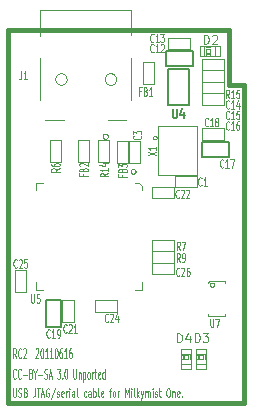
<source format=gto>
G04 (created by PCBNEW-RS274X (2010-08-11 BZR 2448)-unstable) date Thu 16 Jun 2011 14:25:03 CST*
G01*
G70*
G90*
%MOIN*%
G04 Gerber Fmt 3.4, Leading zero omitted, Abs format*
%FSLAX34Y34*%
G04 APERTURE LIST*
%ADD10C,0.001000*%
%ADD11C,0.004200*%
%ADD12C,0.015000*%
%ADD13C,0.004500*%
%ADD14C,0.002600*%
%ADD15C,0.004000*%
%ADD16C,0.003000*%
%ADD17C,0.005000*%
%ADD18C,0.003500*%
G04 APERTURE END LIST*
G54D10*
G54D11*
X39638Y-50325D02*
X39583Y-50169D01*
X39543Y-50325D02*
X39543Y-49997D01*
X39606Y-49997D01*
X39622Y-50012D01*
X39630Y-50028D01*
X39638Y-50059D01*
X39638Y-50106D01*
X39630Y-50137D01*
X39622Y-50153D01*
X39606Y-50169D01*
X39543Y-50169D01*
X39805Y-50294D02*
X39797Y-50309D01*
X39773Y-50325D01*
X39757Y-50325D01*
X39734Y-50309D01*
X39718Y-50278D01*
X39710Y-50247D01*
X39702Y-50184D01*
X39702Y-50137D01*
X39710Y-50075D01*
X39718Y-50044D01*
X39734Y-50012D01*
X39757Y-49997D01*
X39773Y-49997D01*
X39797Y-50012D01*
X39805Y-50028D01*
X39869Y-50028D02*
X39877Y-50012D01*
X39893Y-49997D01*
X39932Y-49997D01*
X39948Y-50012D01*
X39956Y-50028D01*
X39964Y-50059D01*
X39964Y-50090D01*
X39956Y-50137D01*
X39861Y-50325D01*
X39964Y-50325D01*
X40282Y-50028D02*
X40290Y-50012D01*
X40306Y-49997D01*
X40345Y-49997D01*
X40361Y-50012D01*
X40369Y-50028D01*
X40377Y-50059D01*
X40377Y-50090D01*
X40369Y-50137D01*
X40274Y-50325D01*
X40377Y-50325D01*
X40481Y-49997D02*
X40496Y-49997D01*
X40512Y-50012D01*
X40520Y-50028D01*
X40528Y-50059D01*
X40536Y-50122D01*
X40536Y-50200D01*
X40528Y-50262D01*
X40520Y-50294D01*
X40512Y-50309D01*
X40496Y-50325D01*
X40481Y-50325D01*
X40465Y-50309D01*
X40457Y-50294D01*
X40449Y-50262D01*
X40441Y-50200D01*
X40441Y-50122D01*
X40449Y-50059D01*
X40457Y-50028D01*
X40465Y-50012D01*
X40481Y-49997D01*
X40695Y-50325D02*
X40600Y-50325D01*
X40648Y-50325D02*
X40648Y-49997D01*
X40632Y-50044D01*
X40616Y-50075D01*
X40600Y-50090D01*
X40854Y-50325D02*
X40759Y-50325D01*
X40807Y-50325D02*
X40807Y-49997D01*
X40791Y-50044D01*
X40775Y-50075D01*
X40759Y-50090D01*
X40958Y-49997D02*
X40973Y-49997D01*
X40989Y-50012D01*
X40997Y-50028D01*
X41005Y-50059D01*
X41013Y-50122D01*
X41013Y-50200D01*
X41005Y-50262D01*
X40997Y-50294D01*
X40989Y-50309D01*
X40973Y-50325D01*
X40958Y-50325D01*
X40942Y-50309D01*
X40934Y-50294D01*
X40926Y-50262D01*
X40918Y-50200D01*
X40918Y-50122D01*
X40926Y-50059D01*
X40934Y-50028D01*
X40942Y-50012D01*
X40958Y-49997D01*
X41156Y-49997D02*
X41125Y-49997D01*
X41109Y-50012D01*
X41101Y-50028D01*
X41085Y-50075D01*
X41077Y-50137D01*
X41077Y-50262D01*
X41085Y-50294D01*
X41093Y-50309D01*
X41109Y-50325D01*
X41140Y-50325D01*
X41156Y-50309D01*
X41164Y-50294D01*
X41172Y-50262D01*
X41172Y-50184D01*
X41164Y-50153D01*
X41156Y-50137D01*
X41140Y-50122D01*
X41109Y-50122D01*
X41093Y-50137D01*
X41085Y-50153D01*
X41077Y-50184D01*
X41331Y-50325D02*
X41236Y-50325D01*
X41284Y-50325D02*
X41284Y-49997D01*
X41268Y-50044D01*
X41252Y-50075D01*
X41236Y-50090D01*
X41474Y-49997D02*
X41443Y-49997D01*
X41427Y-50012D01*
X41419Y-50028D01*
X41403Y-50075D01*
X41395Y-50137D01*
X41395Y-50262D01*
X41403Y-50294D01*
X41411Y-50309D01*
X41427Y-50325D01*
X41458Y-50325D01*
X41474Y-50309D01*
X41482Y-50294D01*
X41490Y-50262D01*
X41490Y-50184D01*
X41482Y-50153D01*
X41474Y-50137D01*
X41458Y-50122D01*
X41427Y-50122D01*
X41411Y-50137D01*
X41403Y-50153D01*
X41395Y-50184D01*
X39621Y-50971D02*
X39613Y-50986D01*
X39589Y-51002D01*
X39573Y-51002D01*
X39550Y-50986D01*
X39534Y-50955D01*
X39526Y-50924D01*
X39518Y-50862D01*
X39518Y-50815D01*
X39526Y-50753D01*
X39534Y-50722D01*
X39550Y-50690D01*
X39573Y-50675D01*
X39589Y-50675D01*
X39613Y-50690D01*
X39621Y-50706D01*
X39788Y-50971D02*
X39780Y-50986D01*
X39756Y-51002D01*
X39740Y-51002D01*
X39717Y-50986D01*
X39701Y-50955D01*
X39693Y-50924D01*
X39685Y-50862D01*
X39685Y-50815D01*
X39693Y-50753D01*
X39701Y-50722D01*
X39717Y-50690D01*
X39740Y-50675D01*
X39756Y-50675D01*
X39780Y-50690D01*
X39788Y-50706D01*
X39860Y-50877D02*
X39987Y-50877D01*
X40122Y-50831D02*
X40146Y-50846D01*
X40154Y-50862D01*
X40162Y-50893D01*
X40162Y-50940D01*
X40154Y-50971D01*
X40146Y-50986D01*
X40130Y-51002D01*
X40067Y-51002D01*
X40067Y-50675D01*
X40122Y-50675D01*
X40138Y-50690D01*
X40146Y-50706D01*
X40154Y-50737D01*
X40154Y-50768D01*
X40146Y-50799D01*
X40138Y-50815D01*
X40122Y-50831D01*
X40067Y-50831D01*
X40266Y-50846D02*
X40266Y-51002D01*
X40210Y-50675D02*
X40266Y-50846D01*
X40321Y-50675D01*
X40377Y-50877D02*
X40504Y-50877D01*
X40576Y-50986D02*
X40600Y-51002D01*
X40639Y-51002D01*
X40655Y-50986D01*
X40663Y-50971D01*
X40671Y-50940D01*
X40671Y-50908D01*
X40663Y-50877D01*
X40655Y-50862D01*
X40639Y-50846D01*
X40608Y-50831D01*
X40592Y-50815D01*
X40584Y-50799D01*
X40576Y-50768D01*
X40576Y-50737D01*
X40584Y-50706D01*
X40592Y-50690D01*
X40608Y-50675D01*
X40647Y-50675D01*
X40671Y-50690D01*
X40735Y-50908D02*
X40814Y-50908D01*
X40719Y-51002D02*
X40775Y-50675D01*
X40830Y-51002D01*
X40997Y-50675D02*
X41100Y-50675D01*
X41045Y-50799D01*
X41068Y-50799D01*
X41084Y-50815D01*
X41092Y-50831D01*
X41100Y-50862D01*
X41100Y-50940D01*
X41092Y-50971D01*
X41084Y-50986D01*
X41068Y-51002D01*
X41021Y-51002D01*
X41005Y-50986D01*
X40997Y-50971D01*
X41172Y-50971D02*
X41180Y-50986D01*
X41172Y-51002D01*
X41164Y-50986D01*
X41172Y-50971D01*
X41172Y-51002D01*
X41284Y-50675D02*
X41299Y-50675D01*
X41315Y-50690D01*
X41323Y-50706D01*
X41331Y-50737D01*
X41339Y-50799D01*
X41339Y-50877D01*
X41331Y-50940D01*
X41323Y-50971D01*
X41315Y-50986D01*
X41299Y-51002D01*
X41284Y-51002D01*
X41268Y-50986D01*
X41260Y-50971D01*
X41252Y-50940D01*
X41244Y-50877D01*
X41244Y-50799D01*
X41252Y-50737D01*
X41260Y-50706D01*
X41268Y-50690D01*
X41284Y-50675D01*
X41538Y-50675D02*
X41538Y-50940D01*
X41546Y-50971D01*
X41554Y-50986D01*
X41570Y-51002D01*
X41601Y-51002D01*
X41617Y-50986D01*
X41625Y-50971D01*
X41633Y-50940D01*
X41633Y-50675D01*
X41713Y-50784D02*
X41713Y-51002D01*
X41713Y-50815D02*
X41721Y-50799D01*
X41737Y-50784D01*
X41760Y-50784D01*
X41776Y-50799D01*
X41784Y-50831D01*
X41784Y-51002D01*
X41864Y-50784D02*
X41864Y-51111D01*
X41864Y-50799D02*
X41880Y-50784D01*
X41911Y-50784D01*
X41927Y-50799D01*
X41935Y-50815D01*
X41943Y-50846D01*
X41943Y-50940D01*
X41935Y-50971D01*
X41927Y-50986D01*
X41911Y-51002D01*
X41880Y-51002D01*
X41864Y-50986D01*
X42039Y-51002D02*
X42023Y-50986D01*
X42015Y-50971D01*
X42007Y-50940D01*
X42007Y-50846D01*
X42015Y-50815D01*
X42023Y-50799D01*
X42039Y-50784D01*
X42062Y-50784D01*
X42078Y-50799D01*
X42086Y-50815D01*
X42094Y-50846D01*
X42094Y-50940D01*
X42086Y-50971D01*
X42078Y-50986D01*
X42062Y-51002D01*
X42039Y-51002D01*
X42166Y-51002D02*
X42166Y-50784D01*
X42166Y-50846D02*
X42174Y-50815D01*
X42182Y-50799D01*
X42198Y-50784D01*
X42213Y-50784D01*
X42245Y-50784D02*
X42309Y-50784D01*
X42269Y-50675D02*
X42269Y-50955D01*
X42277Y-50986D01*
X42293Y-51002D01*
X42309Y-51002D01*
X42427Y-50986D02*
X42411Y-51002D01*
X42380Y-51002D01*
X42364Y-50986D01*
X42356Y-50955D01*
X42356Y-50831D01*
X42364Y-50799D01*
X42380Y-50784D01*
X42411Y-50784D01*
X42427Y-50799D01*
X42435Y-50831D01*
X42435Y-50862D01*
X42356Y-50893D01*
X42578Y-51002D02*
X42578Y-50675D01*
X42578Y-50986D02*
X42562Y-51002D01*
X42531Y-51002D01*
X42515Y-50986D01*
X42507Y-50971D01*
X42499Y-50940D01*
X42499Y-50846D01*
X42507Y-50815D01*
X42515Y-50799D01*
X42531Y-50784D01*
X42562Y-50784D01*
X42578Y-50799D01*
G54D12*
X47244Y-41220D02*
X47244Y-41220D01*
X46732Y-41221D02*
X47244Y-41221D01*
X46732Y-39370D02*
X46732Y-41220D01*
G54D13*
X39525Y-51327D02*
X39525Y-51554D01*
X39533Y-51581D01*
X39542Y-51594D01*
X39559Y-51607D01*
X39593Y-51607D01*
X39611Y-51594D01*
X39619Y-51581D01*
X39628Y-51554D01*
X39628Y-51327D01*
X39705Y-51594D02*
X39731Y-51607D01*
X39774Y-51607D01*
X39791Y-51594D01*
X39800Y-51581D01*
X39808Y-51554D01*
X39808Y-51527D01*
X39800Y-51501D01*
X39791Y-51487D01*
X39774Y-51474D01*
X39740Y-51461D01*
X39722Y-51447D01*
X39714Y-51434D01*
X39705Y-51407D01*
X39705Y-51381D01*
X39714Y-51354D01*
X39722Y-51341D01*
X39740Y-51327D01*
X39782Y-51327D01*
X39808Y-51341D01*
X39945Y-51461D02*
X39971Y-51474D01*
X39979Y-51487D01*
X39988Y-51514D01*
X39988Y-51554D01*
X39979Y-51581D01*
X39971Y-51594D01*
X39953Y-51607D01*
X39885Y-51607D01*
X39885Y-51327D01*
X39945Y-51327D01*
X39962Y-51341D01*
X39971Y-51354D01*
X39979Y-51381D01*
X39979Y-51407D01*
X39971Y-51434D01*
X39962Y-51447D01*
X39945Y-51461D01*
X39885Y-51461D01*
X40253Y-51327D02*
X40253Y-51527D01*
X40245Y-51567D01*
X40228Y-51594D01*
X40202Y-51607D01*
X40185Y-51607D01*
X40313Y-51327D02*
X40416Y-51327D01*
X40365Y-51607D02*
X40365Y-51327D01*
X40467Y-51527D02*
X40553Y-51527D01*
X40450Y-51607D02*
X40510Y-51327D01*
X40570Y-51607D01*
X40724Y-51341D02*
X40707Y-51327D01*
X40681Y-51327D01*
X40656Y-51341D01*
X40638Y-51367D01*
X40630Y-51394D01*
X40621Y-51447D01*
X40621Y-51487D01*
X40630Y-51541D01*
X40638Y-51567D01*
X40656Y-51594D01*
X40681Y-51607D01*
X40698Y-51607D01*
X40724Y-51594D01*
X40733Y-51581D01*
X40733Y-51487D01*
X40698Y-51487D01*
X40938Y-51314D02*
X40784Y-51674D01*
X40990Y-51594D02*
X41007Y-51607D01*
X41042Y-51607D01*
X41059Y-51594D01*
X41067Y-51567D01*
X41067Y-51554D01*
X41059Y-51527D01*
X41042Y-51514D01*
X41016Y-51514D01*
X40999Y-51501D01*
X40990Y-51474D01*
X40990Y-51461D01*
X40999Y-51434D01*
X41016Y-51421D01*
X41042Y-51421D01*
X41059Y-51434D01*
X41213Y-51594D02*
X41196Y-51607D01*
X41162Y-51607D01*
X41145Y-51594D01*
X41136Y-51567D01*
X41136Y-51461D01*
X41145Y-51434D01*
X41162Y-51421D01*
X41196Y-51421D01*
X41213Y-51434D01*
X41222Y-51461D01*
X41222Y-51487D01*
X41136Y-51514D01*
X41299Y-51607D02*
X41299Y-51421D01*
X41299Y-51474D02*
X41307Y-51447D01*
X41316Y-51434D01*
X41333Y-51421D01*
X41350Y-51421D01*
X41410Y-51607D02*
X41410Y-51421D01*
X41410Y-51327D02*
X41401Y-51341D01*
X41410Y-51354D01*
X41418Y-51341D01*
X41410Y-51327D01*
X41410Y-51354D01*
X41573Y-51607D02*
X41573Y-51461D01*
X41564Y-51434D01*
X41547Y-51421D01*
X41513Y-51421D01*
X41496Y-51434D01*
X41573Y-51594D02*
X41556Y-51607D01*
X41513Y-51607D01*
X41496Y-51594D01*
X41487Y-51567D01*
X41487Y-51541D01*
X41496Y-51514D01*
X41513Y-51501D01*
X41556Y-51501D01*
X41573Y-51487D01*
X41685Y-51607D02*
X41667Y-51594D01*
X41659Y-51567D01*
X41659Y-51327D01*
X41967Y-51594D02*
X41950Y-51607D01*
X41916Y-51607D01*
X41898Y-51594D01*
X41890Y-51581D01*
X41881Y-51554D01*
X41881Y-51474D01*
X41890Y-51447D01*
X41898Y-51434D01*
X41916Y-51421D01*
X41950Y-51421D01*
X41967Y-51434D01*
X42121Y-51607D02*
X42121Y-51461D01*
X42112Y-51434D01*
X42095Y-51421D01*
X42061Y-51421D01*
X42044Y-51434D01*
X42121Y-51594D02*
X42104Y-51607D01*
X42061Y-51607D01*
X42044Y-51594D01*
X42035Y-51567D01*
X42035Y-51541D01*
X42044Y-51514D01*
X42061Y-51501D01*
X42104Y-51501D01*
X42121Y-51487D01*
X42207Y-51607D02*
X42207Y-51327D01*
X42207Y-51434D02*
X42224Y-51421D01*
X42258Y-51421D01*
X42275Y-51434D01*
X42284Y-51447D01*
X42293Y-51474D01*
X42293Y-51554D01*
X42284Y-51581D01*
X42275Y-51594D01*
X42258Y-51607D01*
X42224Y-51607D01*
X42207Y-51594D01*
X42396Y-51607D02*
X42378Y-51594D01*
X42370Y-51567D01*
X42370Y-51327D01*
X42532Y-51594D02*
X42515Y-51607D01*
X42481Y-51607D01*
X42464Y-51594D01*
X42455Y-51567D01*
X42455Y-51461D01*
X42464Y-51434D01*
X42481Y-51421D01*
X42515Y-51421D01*
X42532Y-51434D01*
X42541Y-51461D01*
X42541Y-51487D01*
X42455Y-51514D01*
X42729Y-51421D02*
X42798Y-51421D01*
X42755Y-51607D02*
X42755Y-51367D01*
X42763Y-51341D01*
X42781Y-51327D01*
X42798Y-51327D01*
X42884Y-51607D02*
X42866Y-51594D01*
X42858Y-51581D01*
X42849Y-51554D01*
X42849Y-51474D01*
X42858Y-51447D01*
X42866Y-51434D01*
X42884Y-51421D01*
X42909Y-51421D01*
X42926Y-51434D01*
X42935Y-51447D01*
X42944Y-51474D01*
X42944Y-51554D01*
X42935Y-51581D01*
X42926Y-51594D01*
X42909Y-51607D01*
X42884Y-51607D01*
X43021Y-51607D02*
X43021Y-51421D01*
X43021Y-51474D02*
X43029Y-51447D01*
X43038Y-51434D01*
X43055Y-51421D01*
X43072Y-51421D01*
X43269Y-51607D02*
X43269Y-51327D01*
X43329Y-51527D01*
X43389Y-51327D01*
X43389Y-51607D01*
X43475Y-51607D02*
X43475Y-51421D01*
X43475Y-51327D02*
X43466Y-51341D01*
X43475Y-51354D01*
X43483Y-51341D01*
X43475Y-51327D01*
X43475Y-51354D01*
X43587Y-51607D02*
X43569Y-51594D01*
X43561Y-51567D01*
X43561Y-51327D01*
X43655Y-51607D02*
X43655Y-51327D01*
X43672Y-51501D02*
X43723Y-51607D01*
X43723Y-51421D02*
X43655Y-51527D01*
X43784Y-51421D02*
X43827Y-51607D01*
X43869Y-51421D02*
X43827Y-51607D01*
X43809Y-51674D01*
X43801Y-51687D01*
X43784Y-51701D01*
X43938Y-51607D02*
X43938Y-51421D01*
X43938Y-51447D02*
X43946Y-51434D01*
X43964Y-51421D01*
X43989Y-51421D01*
X44006Y-51434D01*
X44015Y-51461D01*
X44015Y-51607D01*
X44015Y-51461D02*
X44024Y-51434D01*
X44041Y-51421D01*
X44066Y-51421D01*
X44084Y-51434D01*
X44092Y-51461D01*
X44092Y-51607D01*
X44178Y-51607D02*
X44178Y-51421D01*
X44178Y-51327D02*
X44169Y-51341D01*
X44178Y-51354D01*
X44186Y-51341D01*
X44178Y-51327D01*
X44178Y-51354D01*
X44255Y-51594D02*
X44272Y-51607D01*
X44307Y-51607D01*
X44324Y-51594D01*
X44332Y-51567D01*
X44332Y-51554D01*
X44324Y-51527D01*
X44307Y-51514D01*
X44281Y-51514D01*
X44264Y-51501D01*
X44255Y-51474D01*
X44255Y-51461D01*
X44264Y-51434D01*
X44281Y-51421D01*
X44307Y-51421D01*
X44324Y-51434D01*
X44384Y-51421D02*
X44453Y-51421D01*
X44410Y-51327D02*
X44410Y-51567D01*
X44418Y-51594D01*
X44436Y-51607D01*
X44453Y-51607D01*
X44684Y-51327D02*
X44718Y-51327D01*
X44736Y-51341D01*
X44753Y-51367D01*
X44761Y-51421D01*
X44761Y-51514D01*
X44753Y-51567D01*
X44736Y-51594D01*
X44718Y-51607D01*
X44684Y-51607D01*
X44667Y-51594D01*
X44650Y-51567D01*
X44641Y-51514D01*
X44641Y-51421D01*
X44650Y-51367D01*
X44667Y-51341D01*
X44684Y-51327D01*
X44839Y-51421D02*
X44839Y-51607D01*
X44839Y-51447D02*
X44847Y-51434D01*
X44865Y-51421D01*
X44890Y-51421D01*
X44907Y-51434D01*
X44916Y-51461D01*
X44916Y-51607D01*
X45070Y-51594D02*
X45053Y-51607D01*
X45019Y-51607D01*
X45002Y-51594D01*
X44993Y-51567D01*
X44993Y-51461D01*
X45002Y-51434D01*
X45019Y-51421D01*
X45053Y-51421D01*
X45070Y-51434D01*
X45079Y-51461D01*
X45079Y-51487D01*
X44993Y-51514D01*
X45156Y-51581D02*
X45164Y-51594D01*
X45156Y-51607D01*
X45147Y-51594D01*
X45156Y-51581D01*
X45156Y-51607D01*
G54D12*
X39370Y-51811D02*
X39370Y-39370D01*
X47244Y-51811D02*
X39370Y-51811D01*
X47244Y-41220D02*
X47244Y-51811D01*
X39370Y-39370D02*
X46732Y-39370D01*
G54D14*
X45903Y-40257D02*
X45903Y-39903D01*
X45903Y-39903D02*
X45746Y-39903D01*
X45746Y-40257D02*
X45746Y-39903D01*
X45903Y-40257D02*
X45746Y-40257D01*
X46414Y-40257D02*
X46414Y-39903D01*
X46414Y-39903D02*
X46257Y-39903D01*
X46257Y-40257D02*
X46257Y-39903D01*
X46414Y-40257D02*
X46257Y-40257D01*
X46080Y-40257D02*
X46080Y-40198D01*
X46080Y-40198D02*
X45962Y-40198D01*
X45962Y-40257D02*
X45962Y-40198D01*
X46080Y-40257D02*
X45962Y-40257D01*
X46080Y-39962D02*
X46080Y-39903D01*
X46080Y-39903D02*
X45962Y-39903D01*
X45962Y-39962D02*
X45962Y-39903D01*
X46080Y-39962D02*
X45962Y-39962D01*
X46080Y-40139D02*
X46080Y-40021D01*
X46080Y-40021D02*
X45962Y-40021D01*
X45962Y-40139D02*
X45962Y-40021D01*
X46080Y-40139D02*
X45962Y-40139D01*
G54D15*
X45903Y-40237D02*
X46257Y-40237D01*
X45903Y-39923D02*
X46257Y-39923D01*
G54D14*
X45623Y-50173D02*
X45977Y-50173D01*
X45977Y-50173D02*
X45977Y-50016D01*
X45623Y-50016D02*
X45977Y-50016D01*
X45623Y-50173D02*
X45623Y-50016D01*
X45623Y-50684D02*
X45977Y-50684D01*
X45977Y-50684D02*
X45977Y-50527D01*
X45623Y-50527D02*
X45977Y-50527D01*
X45623Y-50684D02*
X45623Y-50527D01*
X45623Y-50350D02*
X45682Y-50350D01*
X45682Y-50350D02*
X45682Y-50232D01*
X45623Y-50232D02*
X45682Y-50232D01*
X45623Y-50350D02*
X45623Y-50232D01*
X45918Y-50350D02*
X45977Y-50350D01*
X45977Y-50350D02*
X45977Y-50232D01*
X45918Y-50232D02*
X45977Y-50232D01*
X45918Y-50350D02*
X45918Y-50232D01*
X45741Y-50350D02*
X45859Y-50350D01*
X45859Y-50350D02*
X45859Y-50232D01*
X45741Y-50232D02*
X45859Y-50232D01*
X45741Y-50350D02*
X45741Y-50232D01*
G54D15*
X45643Y-50173D02*
X45643Y-50527D01*
X45957Y-50173D02*
X45957Y-50527D01*
G54D14*
X45123Y-50173D02*
X45477Y-50173D01*
X45477Y-50173D02*
X45477Y-50016D01*
X45123Y-50016D02*
X45477Y-50016D01*
X45123Y-50173D02*
X45123Y-50016D01*
X45123Y-50684D02*
X45477Y-50684D01*
X45477Y-50684D02*
X45477Y-50527D01*
X45123Y-50527D02*
X45477Y-50527D01*
X45123Y-50684D02*
X45123Y-50527D01*
X45123Y-50350D02*
X45182Y-50350D01*
X45182Y-50350D02*
X45182Y-50232D01*
X45123Y-50232D02*
X45182Y-50232D01*
X45123Y-50350D02*
X45123Y-50232D01*
X45418Y-50350D02*
X45477Y-50350D01*
X45477Y-50350D02*
X45477Y-50232D01*
X45418Y-50232D02*
X45477Y-50232D01*
X45418Y-50350D02*
X45418Y-50232D01*
X45241Y-50350D02*
X45359Y-50350D01*
X45359Y-50350D02*
X45359Y-50232D01*
X45241Y-50232D02*
X45359Y-50232D01*
X45241Y-50350D02*
X45241Y-50232D01*
G54D15*
X45143Y-50173D02*
X45143Y-50527D01*
X45457Y-50173D02*
X45457Y-50527D01*
G54D16*
X43613Y-44096D02*
X43611Y-44112D01*
X43606Y-44127D01*
X43599Y-44141D01*
X43588Y-44154D01*
X43576Y-44164D01*
X43562Y-44172D01*
X43546Y-44177D01*
X43530Y-44178D01*
X43515Y-44177D01*
X43499Y-44172D01*
X43485Y-44165D01*
X43472Y-44155D01*
X43462Y-44142D01*
X43454Y-44128D01*
X43449Y-44113D01*
X43448Y-44097D01*
X43449Y-44082D01*
X43453Y-44066D01*
X43461Y-44052D01*
X43471Y-44039D01*
X43483Y-44028D01*
X43497Y-44020D01*
X43513Y-44015D01*
X43529Y-44014D01*
X43544Y-44015D01*
X43560Y-44019D01*
X43574Y-44026D01*
X43587Y-44036D01*
X43597Y-44049D01*
X43605Y-44063D01*
X43610Y-44078D01*
X43612Y-44094D01*
X43613Y-44096D01*
X43825Y-44726D02*
X43825Y-44588D01*
X43825Y-44588D02*
X43727Y-44490D01*
X43727Y-44490D02*
X43589Y-44490D01*
X40282Y-47797D02*
X40282Y-48033D01*
X40282Y-48033D02*
X40518Y-48033D01*
X40518Y-44490D02*
X40282Y-44490D01*
X40282Y-44490D02*
X40282Y-44726D01*
X43589Y-48033D02*
X43825Y-48033D01*
X43825Y-48033D02*
X43825Y-47797D01*
X44920Y-44250D02*
X45650Y-44250D01*
X45650Y-44250D02*
X45650Y-44630D01*
X45650Y-44630D02*
X44920Y-44630D01*
X44920Y-44630D02*
X44920Y-44250D01*
X43397Y-43808D02*
X43397Y-43078D01*
X43397Y-43078D02*
X43777Y-43078D01*
X43777Y-43078D02*
X43777Y-43808D01*
X43777Y-43808D02*
X43397Y-43808D01*
X43860Y-41190D02*
X43860Y-40460D01*
X43860Y-40460D02*
X44240Y-40460D01*
X44240Y-40460D02*
X44240Y-41190D01*
X44240Y-41190D02*
X43860Y-41190D01*
X44900Y-47140D02*
X44170Y-47140D01*
X44170Y-47140D02*
X44170Y-46760D01*
X44170Y-46760D02*
X44900Y-46760D01*
X44900Y-46760D02*
X44900Y-47140D01*
X44900Y-46760D02*
X44170Y-46760D01*
X44170Y-46760D02*
X44170Y-46380D01*
X44170Y-46380D02*
X44900Y-46380D01*
X44900Y-46380D02*
X44900Y-46760D01*
X45820Y-41110D02*
X46550Y-41110D01*
X46550Y-41110D02*
X46550Y-41490D01*
X46550Y-41490D02*
X45820Y-41490D01*
X45820Y-41490D02*
X45820Y-41110D01*
X45820Y-40730D02*
X46550Y-40730D01*
X46550Y-40730D02*
X46550Y-41110D01*
X46550Y-41110D02*
X45820Y-41110D01*
X45820Y-41110D02*
X45820Y-40730D01*
X44710Y-39650D02*
X45440Y-39650D01*
X45440Y-39650D02*
X45440Y-40030D01*
X45440Y-40030D02*
X44710Y-40030D01*
X44710Y-40030D02*
X44710Y-39650D01*
X42260Y-48390D02*
X42990Y-48390D01*
X42990Y-48390D02*
X42990Y-48770D01*
X42990Y-48770D02*
X42260Y-48770D01*
X42260Y-48770D02*
X42260Y-48390D01*
X44170Y-47140D02*
X44900Y-47140D01*
X44900Y-47140D02*
X44900Y-47520D01*
X44900Y-47520D02*
X44170Y-47520D01*
X44170Y-47520D02*
X44170Y-47140D01*
X39970Y-47370D02*
X39970Y-48100D01*
X39970Y-48100D02*
X39590Y-48100D01*
X39590Y-48100D02*
X39590Y-47370D01*
X39590Y-47370D02*
X39970Y-47370D01*
X41550Y-48380D02*
X41550Y-49110D01*
X41550Y-49110D02*
X41170Y-49110D01*
X41170Y-49110D02*
X41170Y-48380D01*
X41170Y-48380D02*
X41550Y-48380D01*
X44150Y-44600D02*
X44880Y-44600D01*
X44880Y-44600D02*
X44880Y-44980D01*
X44880Y-44980D02*
X44150Y-44980D01*
X44150Y-44980D02*
X44150Y-44600D01*
X43359Y-43078D02*
X43359Y-43808D01*
X43359Y-43808D02*
X42979Y-43808D01*
X42979Y-43808D02*
X42979Y-43078D01*
X42979Y-43078D02*
X43359Y-43078D01*
X42060Y-43058D02*
X42060Y-43788D01*
X42060Y-43788D02*
X41680Y-43788D01*
X41680Y-43788D02*
X41680Y-43058D01*
X41680Y-43058D02*
X42060Y-43058D01*
X46550Y-40730D02*
X45820Y-40730D01*
X45820Y-40730D02*
X45820Y-40350D01*
X45820Y-40350D02*
X46550Y-40350D01*
X46550Y-40350D02*
X46550Y-40730D01*
X45820Y-42660D02*
X46550Y-42660D01*
X46550Y-42660D02*
X46550Y-43040D01*
X46550Y-43040D02*
X45820Y-43040D01*
X45820Y-43040D02*
X45820Y-42660D01*
X45820Y-41490D02*
X46550Y-41490D01*
X46550Y-41490D02*
X46550Y-41870D01*
X46550Y-41870D02*
X45820Y-41870D01*
X45820Y-41870D02*
X45820Y-41490D01*
G54D17*
X44630Y-40090D02*
X45530Y-40090D01*
X45530Y-40090D02*
X45530Y-40590D01*
X45530Y-40590D02*
X44630Y-40590D01*
X44630Y-40590D02*
X44630Y-40090D01*
X45830Y-43100D02*
X46730Y-43100D01*
X46730Y-43100D02*
X46730Y-43600D01*
X46730Y-43600D02*
X45830Y-43600D01*
X45830Y-43600D02*
X45830Y-43100D01*
X41120Y-48380D02*
X41120Y-49280D01*
X41120Y-49280D02*
X40620Y-49280D01*
X40620Y-49280D02*
X40620Y-48380D01*
X40620Y-48380D02*
X41120Y-48380D01*
X45400Y-41890D02*
X44700Y-41890D01*
X44700Y-41890D02*
X44700Y-40690D01*
X44700Y-40690D02*
X45400Y-40690D01*
X45400Y-40690D02*
X45400Y-41890D01*
G54D16*
X46227Y-47872D02*
X46225Y-47885D01*
X46221Y-47898D01*
X46215Y-47910D01*
X46206Y-47921D01*
X46196Y-47930D01*
X46184Y-47936D01*
X46171Y-47940D01*
X46157Y-47941D01*
X46144Y-47940D01*
X46131Y-47936D01*
X46119Y-47930D01*
X46109Y-47922D01*
X46100Y-47911D01*
X46093Y-47899D01*
X46089Y-47886D01*
X46088Y-47872D01*
X46089Y-47860D01*
X46092Y-47847D01*
X46099Y-47835D01*
X46107Y-47824D01*
X46118Y-47815D01*
X46129Y-47808D01*
X46142Y-47804D01*
X46156Y-47803D01*
X46169Y-47804D01*
X46182Y-47807D01*
X46194Y-47813D01*
X46205Y-47822D01*
X46214Y-47832D01*
X46220Y-47844D01*
X46225Y-47857D01*
X46226Y-47871D01*
X46227Y-47872D01*
X46587Y-48848D02*
X46587Y-48927D01*
X46587Y-48927D02*
X46041Y-48929D01*
X46041Y-48929D02*
X46041Y-48848D01*
X46586Y-47821D02*
X46586Y-47743D01*
X46586Y-47743D02*
X46045Y-47744D01*
X46045Y-47744D02*
X46044Y-47817D01*
X42686Y-42925D02*
X42684Y-42941D01*
X42679Y-42958D01*
X42671Y-42973D01*
X42660Y-42986D01*
X42647Y-42997D01*
X42632Y-43005D01*
X42616Y-43010D01*
X42599Y-43011D01*
X42583Y-43010D01*
X42567Y-43005D01*
X42552Y-42997D01*
X42539Y-42987D01*
X42528Y-42974D01*
X42520Y-42959D01*
X42514Y-42943D01*
X42513Y-42926D01*
X42514Y-42910D01*
X42519Y-42893D01*
X42526Y-42878D01*
X42537Y-42865D01*
X42550Y-42854D01*
X42565Y-42846D01*
X42581Y-42841D01*
X42598Y-42839D01*
X42614Y-42840D01*
X42630Y-42844D01*
X42645Y-42852D01*
X42658Y-42862D01*
X42670Y-42875D01*
X42678Y-42890D01*
X42683Y-42906D01*
X42685Y-42923D01*
X42686Y-42925D01*
X43446Y-40307D02*
X43446Y-41704D01*
X40414Y-39578D02*
X40414Y-38732D01*
X40414Y-38732D02*
X43446Y-38732D01*
X43446Y-38732D02*
X43446Y-39559D01*
X40414Y-41704D02*
X40414Y-40307D01*
X42678Y-42393D02*
X43308Y-42393D01*
X41222Y-42393D02*
X40592Y-42393D01*
X40759Y-43788D02*
X40759Y-43058D01*
X40759Y-43058D02*
X41139Y-43058D01*
X41139Y-43058D02*
X41139Y-43788D01*
X41139Y-43788D02*
X40759Y-43788D01*
X42349Y-43792D02*
X42349Y-43062D01*
X42349Y-43062D02*
X42729Y-43062D01*
X42729Y-43062D02*
X42729Y-43792D01*
X42729Y-43792D02*
X42349Y-43792D01*
X44316Y-42970D02*
X44314Y-42981D01*
X44311Y-42992D01*
X44306Y-43002D01*
X44298Y-43011D01*
X44289Y-43018D01*
X44279Y-43024D01*
X44268Y-43027D01*
X44257Y-43028D01*
X44246Y-43027D01*
X44235Y-43024D01*
X44225Y-43019D01*
X44216Y-43012D01*
X44209Y-43003D01*
X44203Y-42993D01*
X44200Y-42982D01*
X44199Y-42970D01*
X44199Y-42960D01*
X44203Y-42949D01*
X44208Y-42939D01*
X44215Y-42930D01*
X44224Y-42922D01*
X44234Y-42916D01*
X44245Y-42913D01*
X44256Y-42912D01*
X44267Y-42912D01*
X44278Y-42915D01*
X44288Y-42921D01*
X44297Y-42928D01*
X44305Y-42936D01*
X44310Y-42947D01*
X44314Y-42957D01*
X44315Y-42969D01*
X44316Y-42970D01*
X45645Y-42596D02*
X44365Y-42596D01*
X44365Y-42596D02*
X44365Y-44210D01*
X44365Y-44210D02*
X45645Y-44210D01*
X45645Y-44210D02*
X45645Y-42596D01*
G54D10*
X41315Y-41015D02*
X41311Y-41052D01*
X41300Y-41088D01*
X41282Y-41121D01*
X41259Y-41150D01*
X41230Y-41174D01*
X41197Y-41191D01*
X41161Y-41203D01*
X41124Y-41206D01*
X41088Y-41203D01*
X41052Y-41193D01*
X41018Y-41175D01*
X40989Y-41152D01*
X40965Y-41123D01*
X40947Y-41090D01*
X40936Y-41054D01*
X40932Y-41017D01*
X40935Y-40981D01*
X40945Y-40945D01*
X40962Y-40911D01*
X40985Y-40882D01*
X41014Y-40858D01*
X41047Y-40840D01*
X41082Y-40828D01*
X41119Y-40824D01*
X41156Y-40826D01*
X41192Y-40836D01*
X41225Y-40853D01*
X41255Y-40876D01*
X41279Y-40905D01*
X41298Y-40937D01*
X41310Y-40973D01*
X41314Y-41010D01*
X41315Y-41015D01*
X42969Y-41015D02*
X42965Y-41052D01*
X42954Y-41088D01*
X42936Y-41121D01*
X42913Y-41150D01*
X42884Y-41174D01*
X42851Y-41191D01*
X42815Y-41203D01*
X42778Y-41206D01*
X42742Y-41203D01*
X42706Y-41193D01*
X42672Y-41175D01*
X42643Y-41152D01*
X42619Y-41123D01*
X42601Y-41090D01*
X42590Y-41054D01*
X42586Y-41017D01*
X42589Y-40981D01*
X42599Y-40945D01*
X42616Y-40911D01*
X42639Y-40882D01*
X42668Y-40858D01*
X42701Y-40840D01*
X42736Y-40828D01*
X42773Y-40824D01*
X42810Y-40826D01*
X42846Y-40836D01*
X42879Y-40853D01*
X42909Y-40876D01*
X42933Y-40905D01*
X42952Y-40937D01*
X42964Y-40973D01*
X42968Y-41010D01*
X42969Y-41015D01*
G54D18*
X45880Y-39845D02*
X45880Y-39545D01*
X45952Y-39545D01*
X45995Y-39560D01*
X46023Y-39588D01*
X46038Y-39617D01*
X46052Y-39674D01*
X46052Y-39717D01*
X46038Y-39774D01*
X46023Y-39803D01*
X45995Y-39831D01*
X45952Y-39845D01*
X45880Y-39845D01*
X46166Y-39574D02*
X46180Y-39560D01*
X46209Y-39545D01*
X46280Y-39545D01*
X46309Y-39560D01*
X46323Y-39574D01*
X46338Y-39603D01*
X46338Y-39631D01*
X46323Y-39674D01*
X46152Y-39845D01*
X46338Y-39845D01*
X45578Y-49781D02*
X45578Y-49481D01*
X45650Y-49481D01*
X45693Y-49496D01*
X45721Y-49524D01*
X45736Y-49553D01*
X45750Y-49610D01*
X45750Y-49653D01*
X45736Y-49710D01*
X45721Y-49739D01*
X45693Y-49767D01*
X45650Y-49781D01*
X45578Y-49781D01*
X45850Y-49481D02*
X46036Y-49481D01*
X45936Y-49596D01*
X45978Y-49596D01*
X46007Y-49610D01*
X46021Y-49624D01*
X46036Y-49653D01*
X46036Y-49724D01*
X46021Y-49753D01*
X46007Y-49767D01*
X45978Y-49781D01*
X45893Y-49781D01*
X45864Y-49767D01*
X45850Y-49753D01*
X44988Y-49791D02*
X44988Y-49491D01*
X45060Y-49491D01*
X45103Y-49506D01*
X45131Y-49534D01*
X45146Y-49563D01*
X45160Y-49620D01*
X45160Y-49663D01*
X45146Y-49720D01*
X45131Y-49749D01*
X45103Y-49777D01*
X45060Y-49791D01*
X44988Y-49791D01*
X45417Y-49591D02*
X45417Y-49791D01*
X45346Y-49477D02*
X45274Y-49691D01*
X45460Y-49691D01*
G54D13*
X40133Y-48193D02*
X40133Y-48420D01*
X40141Y-48447D01*
X40150Y-48460D01*
X40167Y-48473D01*
X40201Y-48473D01*
X40219Y-48460D01*
X40227Y-48447D01*
X40236Y-48420D01*
X40236Y-48193D01*
X40408Y-48193D02*
X40322Y-48193D01*
X40313Y-48327D01*
X40322Y-48313D01*
X40339Y-48300D01*
X40382Y-48300D01*
X40399Y-48313D01*
X40408Y-48327D01*
X40416Y-48353D01*
X40416Y-48420D01*
X40408Y-48447D01*
X40399Y-48460D01*
X40382Y-48473D01*
X40339Y-48473D01*
X40322Y-48460D01*
X40313Y-48447D01*
X45811Y-44547D02*
X45802Y-44560D01*
X45776Y-44573D01*
X45759Y-44573D01*
X45734Y-44560D01*
X45716Y-44533D01*
X45708Y-44507D01*
X45699Y-44453D01*
X45699Y-44413D01*
X45708Y-44360D01*
X45716Y-44333D01*
X45734Y-44307D01*
X45759Y-44293D01*
X45776Y-44293D01*
X45802Y-44307D01*
X45811Y-44320D01*
X45982Y-44573D02*
X45879Y-44573D01*
X45931Y-44573D02*
X45931Y-44293D01*
X45914Y-44333D01*
X45896Y-44360D01*
X45879Y-44373D01*
X43781Y-42915D02*
X43794Y-42924D01*
X43807Y-42950D01*
X43807Y-42967D01*
X43794Y-42992D01*
X43767Y-43010D01*
X43741Y-43018D01*
X43687Y-43027D01*
X43647Y-43027D01*
X43594Y-43018D01*
X43567Y-43010D01*
X43541Y-42992D01*
X43527Y-42967D01*
X43527Y-42950D01*
X43541Y-42924D01*
X43554Y-42915D01*
X43527Y-42855D02*
X43527Y-42744D01*
X43634Y-42804D01*
X43634Y-42778D01*
X43647Y-42761D01*
X43661Y-42752D01*
X43687Y-42744D01*
X43754Y-42744D01*
X43781Y-42752D01*
X43794Y-42761D01*
X43807Y-42778D01*
X43807Y-42830D01*
X43794Y-42847D01*
X43781Y-42855D01*
X43797Y-41421D02*
X43737Y-41421D01*
X43737Y-41567D02*
X43737Y-41287D01*
X43823Y-41287D01*
X43951Y-41421D02*
X43977Y-41434D01*
X43985Y-41447D01*
X43994Y-41474D01*
X43994Y-41514D01*
X43985Y-41541D01*
X43977Y-41554D01*
X43959Y-41567D01*
X43891Y-41567D01*
X43891Y-41287D01*
X43951Y-41287D01*
X43968Y-41301D01*
X43977Y-41314D01*
X43985Y-41341D01*
X43985Y-41367D01*
X43977Y-41394D01*
X43968Y-41407D01*
X43951Y-41421D01*
X43891Y-41421D01*
X44165Y-41567D02*
X44062Y-41567D01*
X44114Y-41567D02*
X44114Y-41287D01*
X44097Y-41327D01*
X44079Y-41354D01*
X44062Y-41367D01*
X45091Y-47103D02*
X45031Y-46970D01*
X44988Y-47103D02*
X44988Y-46823D01*
X45056Y-46823D01*
X45074Y-46837D01*
X45082Y-46850D01*
X45091Y-46877D01*
X45091Y-46917D01*
X45082Y-46943D01*
X45074Y-46957D01*
X45056Y-46970D01*
X44988Y-46970D01*
X45176Y-47103D02*
X45211Y-47103D01*
X45228Y-47090D01*
X45236Y-47077D01*
X45254Y-47037D01*
X45262Y-46983D01*
X45262Y-46877D01*
X45254Y-46850D01*
X45245Y-46837D01*
X45228Y-46823D01*
X45194Y-46823D01*
X45176Y-46837D01*
X45168Y-46850D01*
X45159Y-46877D01*
X45159Y-46943D01*
X45168Y-46970D01*
X45176Y-46983D01*
X45194Y-46997D01*
X45228Y-46997D01*
X45245Y-46983D01*
X45254Y-46970D01*
X45262Y-46943D01*
X45091Y-46713D02*
X45031Y-46580D01*
X44988Y-46713D02*
X44988Y-46433D01*
X45056Y-46433D01*
X45074Y-46447D01*
X45082Y-46460D01*
X45091Y-46487D01*
X45091Y-46527D01*
X45082Y-46553D01*
X45074Y-46567D01*
X45056Y-46580D01*
X44988Y-46580D01*
X45151Y-46433D02*
X45271Y-46433D01*
X45194Y-46713D01*
X46735Y-42331D02*
X46726Y-42344D01*
X46700Y-42357D01*
X46683Y-42357D01*
X46658Y-42344D01*
X46640Y-42317D01*
X46632Y-42291D01*
X46623Y-42237D01*
X46623Y-42197D01*
X46632Y-42144D01*
X46640Y-42117D01*
X46658Y-42091D01*
X46683Y-42077D01*
X46700Y-42077D01*
X46726Y-42091D01*
X46735Y-42104D01*
X46906Y-42357D02*
X46803Y-42357D01*
X46855Y-42357D02*
X46855Y-42077D01*
X46838Y-42117D01*
X46820Y-42144D01*
X46803Y-42157D01*
X47069Y-42077D02*
X46983Y-42077D01*
X46974Y-42211D01*
X46983Y-42197D01*
X47000Y-42184D01*
X47043Y-42184D01*
X47060Y-42197D01*
X47069Y-42211D01*
X47077Y-42237D01*
X47077Y-42304D01*
X47069Y-42331D01*
X47060Y-42344D01*
X47043Y-42357D01*
X47000Y-42357D01*
X46983Y-42344D01*
X46974Y-42331D01*
X46735Y-41977D02*
X46726Y-41990D01*
X46700Y-42003D01*
X46683Y-42003D01*
X46658Y-41990D01*
X46640Y-41963D01*
X46632Y-41937D01*
X46623Y-41883D01*
X46623Y-41843D01*
X46632Y-41790D01*
X46640Y-41763D01*
X46658Y-41737D01*
X46683Y-41723D01*
X46700Y-41723D01*
X46726Y-41737D01*
X46735Y-41750D01*
X46906Y-42003D02*
X46803Y-42003D01*
X46855Y-42003D02*
X46855Y-41723D01*
X46838Y-41763D01*
X46820Y-41790D01*
X46803Y-41803D01*
X47060Y-41817D02*
X47060Y-42003D01*
X47017Y-41710D02*
X46974Y-41910D01*
X47086Y-41910D01*
X44213Y-39759D02*
X44204Y-39772D01*
X44178Y-39785D01*
X44161Y-39785D01*
X44136Y-39772D01*
X44118Y-39745D01*
X44110Y-39719D01*
X44101Y-39665D01*
X44101Y-39625D01*
X44110Y-39572D01*
X44118Y-39545D01*
X44136Y-39519D01*
X44161Y-39505D01*
X44178Y-39505D01*
X44204Y-39519D01*
X44213Y-39532D01*
X44384Y-39785D02*
X44281Y-39785D01*
X44333Y-39785D02*
X44333Y-39505D01*
X44316Y-39545D01*
X44298Y-39572D01*
X44281Y-39585D01*
X44444Y-39505D02*
X44555Y-39505D01*
X44495Y-39612D01*
X44521Y-39612D01*
X44538Y-39625D01*
X44547Y-39639D01*
X44555Y-39665D01*
X44555Y-39732D01*
X44547Y-39759D01*
X44538Y-39772D01*
X44521Y-39785D01*
X44469Y-39785D01*
X44452Y-39772D01*
X44444Y-39759D01*
X42697Y-49089D02*
X42688Y-49102D01*
X42662Y-49115D01*
X42645Y-49115D01*
X42620Y-49102D01*
X42602Y-49075D01*
X42594Y-49049D01*
X42585Y-48995D01*
X42585Y-48955D01*
X42594Y-48902D01*
X42602Y-48875D01*
X42620Y-48849D01*
X42645Y-48835D01*
X42662Y-48835D01*
X42688Y-48849D01*
X42697Y-48862D01*
X42765Y-48862D02*
X42774Y-48849D01*
X42791Y-48835D01*
X42834Y-48835D01*
X42851Y-48849D01*
X42860Y-48862D01*
X42868Y-48889D01*
X42868Y-48915D01*
X42860Y-48955D01*
X42757Y-49115D01*
X42868Y-49115D01*
X43022Y-48929D02*
X43022Y-49115D01*
X42979Y-48822D02*
X42936Y-49022D01*
X43048Y-49022D01*
X45073Y-47559D02*
X45064Y-47572D01*
X45038Y-47585D01*
X45021Y-47585D01*
X44996Y-47572D01*
X44978Y-47545D01*
X44970Y-47519D01*
X44961Y-47465D01*
X44961Y-47425D01*
X44970Y-47372D01*
X44978Y-47345D01*
X44996Y-47319D01*
X45021Y-47305D01*
X45038Y-47305D01*
X45064Y-47319D01*
X45073Y-47332D01*
X45141Y-47332D02*
X45150Y-47319D01*
X45167Y-47305D01*
X45210Y-47305D01*
X45227Y-47319D01*
X45236Y-47332D01*
X45244Y-47359D01*
X45244Y-47385D01*
X45236Y-47425D01*
X45133Y-47585D01*
X45244Y-47585D01*
X45398Y-47305D02*
X45364Y-47305D01*
X45347Y-47319D01*
X45338Y-47332D01*
X45321Y-47372D01*
X45312Y-47425D01*
X45312Y-47532D01*
X45321Y-47559D01*
X45329Y-47572D01*
X45347Y-47585D01*
X45381Y-47585D01*
X45398Y-47572D01*
X45407Y-47559D01*
X45415Y-47532D01*
X45415Y-47465D01*
X45407Y-47439D01*
X45398Y-47425D01*
X45381Y-47412D01*
X45347Y-47412D01*
X45329Y-47425D01*
X45321Y-47439D01*
X45312Y-47465D01*
X39655Y-47277D02*
X39646Y-47290D01*
X39620Y-47303D01*
X39603Y-47303D01*
X39578Y-47290D01*
X39560Y-47263D01*
X39552Y-47237D01*
X39543Y-47183D01*
X39543Y-47143D01*
X39552Y-47090D01*
X39560Y-47063D01*
X39578Y-47037D01*
X39603Y-47023D01*
X39620Y-47023D01*
X39646Y-47037D01*
X39655Y-47050D01*
X39723Y-47050D02*
X39732Y-47037D01*
X39749Y-47023D01*
X39792Y-47023D01*
X39809Y-47037D01*
X39818Y-47050D01*
X39826Y-47077D01*
X39826Y-47103D01*
X39818Y-47143D01*
X39715Y-47303D01*
X39826Y-47303D01*
X39989Y-47023D02*
X39903Y-47023D01*
X39894Y-47157D01*
X39903Y-47143D01*
X39920Y-47130D01*
X39963Y-47130D01*
X39980Y-47143D01*
X39989Y-47157D01*
X39997Y-47183D01*
X39997Y-47250D01*
X39989Y-47277D01*
X39980Y-47290D01*
X39963Y-47303D01*
X39920Y-47303D01*
X39903Y-47290D01*
X39894Y-47277D01*
X41315Y-49447D02*
X41306Y-49460D01*
X41280Y-49473D01*
X41263Y-49473D01*
X41238Y-49460D01*
X41220Y-49433D01*
X41212Y-49407D01*
X41203Y-49353D01*
X41203Y-49313D01*
X41212Y-49260D01*
X41220Y-49233D01*
X41238Y-49207D01*
X41263Y-49193D01*
X41280Y-49193D01*
X41306Y-49207D01*
X41315Y-49220D01*
X41383Y-49220D02*
X41392Y-49207D01*
X41409Y-49193D01*
X41452Y-49193D01*
X41469Y-49207D01*
X41478Y-49220D01*
X41486Y-49247D01*
X41486Y-49273D01*
X41478Y-49313D01*
X41375Y-49473D01*
X41486Y-49473D01*
X41657Y-49473D02*
X41554Y-49473D01*
X41606Y-49473D02*
X41606Y-49193D01*
X41589Y-49233D01*
X41571Y-49260D01*
X41554Y-49273D01*
X45055Y-44957D02*
X45046Y-44970D01*
X45020Y-44983D01*
X45003Y-44983D01*
X44978Y-44970D01*
X44960Y-44943D01*
X44952Y-44917D01*
X44943Y-44863D01*
X44943Y-44823D01*
X44952Y-44770D01*
X44960Y-44743D01*
X44978Y-44717D01*
X45003Y-44703D01*
X45020Y-44703D01*
X45046Y-44717D01*
X45055Y-44730D01*
X45123Y-44730D02*
X45132Y-44717D01*
X45149Y-44703D01*
X45192Y-44703D01*
X45209Y-44717D01*
X45218Y-44730D01*
X45226Y-44757D01*
X45226Y-44783D01*
X45218Y-44823D01*
X45115Y-44983D01*
X45226Y-44983D01*
X45294Y-44730D02*
X45303Y-44717D01*
X45320Y-44703D01*
X45363Y-44703D01*
X45380Y-44717D01*
X45389Y-44730D01*
X45397Y-44757D01*
X45397Y-44783D01*
X45389Y-44823D01*
X45286Y-44983D01*
X45397Y-44983D01*
X43176Y-44207D02*
X43176Y-44267D01*
X43322Y-44267D02*
X43042Y-44267D01*
X43042Y-44181D01*
X43176Y-44053D02*
X43189Y-44027D01*
X43202Y-44019D01*
X43229Y-44010D01*
X43269Y-44010D01*
X43296Y-44019D01*
X43309Y-44027D01*
X43322Y-44045D01*
X43322Y-44113D01*
X43042Y-44113D01*
X43042Y-44053D01*
X43056Y-44036D01*
X43069Y-44027D01*
X43096Y-44019D01*
X43122Y-44019D01*
X43149Y-44027D01*
X43162Y-44036D01*
X43176Y-44053D01*
X43176Y-44113D01*
X43042Y-43950D02*
X43042Y-43839D01*
X43149Y-43899D01*
X43149Y-43873D01*
X43162Y-43856D01*
X43176Y-43847D01*
X43202Y-43839D01*
X43269Y-43839D01*
X43296Y-43847D01*
X43309Y-43856D01*
X43322Y-43873D01*
X43322Y-43925D01*
X43309Y-43942D01*
X43296Y-43950D01*
X41877Y-44187D02*
X41877Y-44247D01*
X42023Y-44247D02*
X41743Y-44247D01*
X41743Y-44161D01*
X41877Y-44033D02*
X41890Y-44007D01*
X41903Y-43999D01*
X41930Y-43990D01*
X41970Y-43990D01*
X41997Y-43999D01*
X42010Y-44007D01*
X42023Y-44025D01*
X42023Y-44093D01*
X41743Y-44093D01*
X41743Y-44033D01*
X41757Y-44016D01*
X41770Y-44007D01*
X41797Y-43999D01*
X41823Y-43999D01*
X41850Y-44007D01*
X41863Y-44016D01*
X41877Y-44033D01*
X41877Y-44093D01*
X41770Y-43922D02*
X41757Y-43913D01*
X41743Y-43896D01*
X41743Y-43853D01*
X41757Y-43836D01*
X41770Y-43827D01*
X41797Y-43819D01*
X41823Y-43819D01*
X41863Y-43827D01*
X42023Y-43930D01*
X42023Y-43819D01*
X46735Y-41648D02*
X46675Y-41515D01*
X46632Y-41648D02*
X46632Y-41368D01*
X46700Y-41368D01*
X46718Y-41382D01*
X46726Y-41395D01*
X46735Y-41422D01*
X46735Y-41462D01*
X46726Y-41488D01*
X46718Y-41502D01*
X46700Y-41515D01*
X46632Y-41515D01*
X46906Y-41648D02*
X46803Y-41648D01*
X46855Y-41648D02*
X46855Y-41368D01*
X46838Y-41408D01*
X46820Y-41435D01*
X46803Y-41448D01*
X47069Y-41368D02*
X46983Y-41368D01*
X46974Y-41502D01*
X46983Y-41488D01*
X47000Y-41475D01*
X47043Y-41475D01*
X47060Y-41488D01*
X47069Y-41502D01*
X47077Y-41528D01*
X47077Y-41595D01*
X47069Y-41622D01*
X47060Y-41635D01*
X47043Y-41648D01*
X47000Y-41648D01*
X46983Y-41635D01*
X46974Y-41622D01*
X46027Y-42567D02*
X46018Y-42580D01*
X45992Y-42593D01*
X45975Y-42593D01*
X45950Y-42580D01*
X45932Y-42553D01*
X45924Y-42527D01*
X45915Y-42473D01*
X45915Y-42433D01*
X45924Y-42380D01*
X45932Y-42353D01*
X45950Y-42327D01*
X45975Y-42313D01*
X45992Y-42313D01*
X46018Y-42327D01*
X46027Y-42340D01*
X46198Y-42593D02*
X46095Y-42593D01*
X46147Y-42593D02*
X46147Y-42313D01*
X46130Y-42353D01*
X46112Y-42380D01*
X46095Y-42393D01*
X46301Y-42433D02*
X46283Y-42420D01*
X46275Y-42407D01*
X46266Y-42380D01*
X46266Y-42367D01*
X46275Y-42340D01*
X46283Y-42327D01*
X46301Y-42313D01*
X46335Y-42313D01*
X46352Y-42327D01*
X46361Y-42340D01*
X46369Y-42367D01*
X46369Y-42380D01*
X46361Y-42407D01*
X46352Y-42420D01*
X46335Y-42433D01*
X46301Y-42433D01*
X46283Y-42447D01*
X46275Y-42460D01*
X46266Y-42487D01*
X46266Y-42540D01*
X46275Y-42567D01*
X46283Y-42580D01*
X46301Y-42593D01*
X46335Y-42593D01*
X46352Y-42580D01*
X46361Y-42567D01*
X46369Y-42540D01*
X46369Y-42487D01*
X46361Y-42460D01*
X46352Y-42447D01*
X46335Y-42433D01*
X46735Y-42685D02*
X46726Y-42698D01*
X46700Y-42711D01*
X46683Y-42711D01*
X46658Y-42698D01*
X46640Y-42671D01*
X46632Y-42645D01*
X46623Y-42591D01*
X46623Y-42551D01*
X46632Y-42498D01*
X46640Y-42471D01*
X46658Y-42445D01*
X46683Y-42431D01*
X46700Y-42431D01*
X46726Y-42445D01*
X46735Y-42458D01*
X46906Y-42711D02*
X46803Y-42711D01*
X46855Y-42711D02*
X46855Y-42431D01*
X46838Y-42471D01*
X46820Y-42498D01*
X46803Y-42511D01*
X47060Y-42431D02*
X47026Y-42431D01*
X47009Y-42445D01*
X47000Y-42458D01*
X46983Y-42498D01*
X46974Y-42551D01*
X46974Y-42658D01*
X46983Y-42685D01*
X46991Y-42698D01*
X47009Y-42711D01*
X47043Y-42711D01*
X47060Y-42698D01*
X47069Y-42685D01*
X47077Y-42658D01*
X47077Y-42591D01*
X47069Y-42565D01*
X47060Y-42551D01*
X47043Y-42538D01*
X47009Y-42538D01*
X46991Y-42551D01*
X46983Y-42565D01*
X46974Y-42591D01*
X44213Y-40101D02*
X44204Y-40114D01*
X44178Y-40127D01*
X44161Y-40127D01*
X44136Y-40114D01*
X44118Y-40087D01*
X44110Y-40061D01*
X44101Y-40007D01*
X44101Y-39967D01*
X44110Y-39914D01*
X44118Y-39887D01*
X44136Y-39861D01*
X44161Y-39847D01*
X44178Y-39847D01*
X44204Y-39861D01*
X44213Y-39874D01*
X44384Y-40127D02*
X44281Y-40127D01*
X44333Y-40127D02*
X44333Y-39847D01*
X44316Y-39887D01*
X44298Y-39914D01*
X44281Y-39927D01*
X44452Y-39874D02*
X44461Y-39861D01*
X44478Y-39847D01*
X44521Y-39847D01*
X44538Y-39861D01*
X44547Y-39874D01*
X44555Y-39901D01*
X44555Y-39927D01*
X44547Y-39967D01*
X44444Y-40127D01*
X44555Y-40127D01*
X46541Y-43945D02*
X46532Y-43958D01*
X46506Y-43971D01*
X46489Y-43971D01*
X46464Y-43958D01*
X46446Y-43931D01*
X46438Y-43905D01*
X46429Y-43851D01*
X46429Y-43811D01*
X46438Y-43758D01*
X46446Y-43731D01*
X46464Y-43705D01*
X46489Y-43691D01*
X46506Y-43691D01*
X46532Y-43705D01*
X46541Y-43718D01*
X46712Y-43971D02*
X46609Y-43971D01*
X46661Y-43971D02*
X46661Y-43691D01*
X46644Y-43731D01*
X46626Y-43758D01*
X46609Y-43771D01*
X46772Y-43691D02*
X46892Y-43691D01*
X46815Y-43971D01*
X40755Y-49617D02*
X40746Y-49630D01*
X40720Y-49643D01*
X40703Y-49643D01*
X40678Y-49630D01*
X40660Y-49603D01*
X40652Y-49577D01*
X40643Y-49523D01*
X40643Y-49483D01*
X40652Y-49430D01*
X40660Y-49403D01*
X40678Y-49377D01*
X40703Y-49363D01*
X40720Y-49363D01*
X40746Y-49377D01*
X40755Y-49390D01*
X40926Y-49643D02*
X40823Y-49643D01*
X40875Y-49643D02*
X40875Y-49363D01*
X40858Y-49403D01*
X40840Y-49430D01*
X40823Y-49443D01*
X41011Y-49643D02*
X41046Y-49643D01*
X41063Y-49630D01*
X41071Y-49617D01*
X41089Y-49577D01*
X41097Y-49523D01*
X41097Y-49417D01*
X41089Y-49390D01*
X41080Y-49377D01*
X41063Y-49363D01*
X41029Y-49363D01*
X41011Y-49377D01*
X41003Y-49390D01*
X40994Y-49417D01*
X40994Y-49483D01*
X41003Y-49510D01*
X41011Y-49523D01*
X41029Y-49537D01*
X41063Y-49537D01*
X41080Y-49523D01*
X41089Y-49510D01*
X41097Y-49483D01*
G54D17*
X44860Y-42001D02*
X44860Y-42244D01*
X44871Y-42273D01*
X44883Y-42287D01*
X44907Y-42301D01*
X44955Y-42301D01*
X44979Y-42287D01*
X44990Y-42273D01*
X45002Y-42244D01*
X45002Y-42001D01*
X45229Y-42101D02*
X45229Y-42301D01*
X45169Y-41987D02*
X45110Y-42201D01*
X45264Y-42201D01*
G54D13*
X46103Y-49003D02*
X46103Y-49230D01*
X46111Y-49257D01*
X46120Y-49270D01*
X46137Y-49283D01*
X46171Y-49283D01*
X46189Y-49270D01*
X46197Y-49257D01*
X46206Y-49230D01*
X46206Y-49003D01*
X46275Y-49003D02*
X46395Y-49003D01*
X46318Y-49283D01*
X39810Y-40743D02*
X39810Y-40943D01*
X39802Y-40983D01*
X39785Y-41010D01*
X39759Y-41023D01*
X39742Y-41023D01*
X39990Y-41023D02*
X39887Y-41023D01*
X39939Y-41023D02*
X39939Y-40743D01*
X39922Y-40783D01*
X39904Y-40810D01*
X39887Y-40823D01*
X41082Y-43997D02*
X40949Y-44057D01*
X41082Y-44100D02*
X40802Y-44100D01*
X40802Y-44032D01*
X40816Y-44014D01*
X40829Y-44006D01*
X40856Y-43997D01*
X40896Y-43997D01*
X40922Y-44006D01*
X40936Y-44014D01*
X40949Y-44032D01*
X40949Y-44100D01*
X40802Y-43843D02*
X40802Y-43877D01*
X40816Y-43894D01*
X40829Y-43903D01*
X40869Y-43920D01*
X40922Y-43929D01*
X41029Y-43929D01*
X41056Y-43920D01*
X41069Y-43912D01*
X41082Y-43894D01*
X41082Y-43860D01*
X41069Y-43843D01*
X41056Y-43834D01*
X41029Y-43826D01*
X40962Y-43826D01*
X40936Y-43834D01*
X40922Y-43843D01*
X40909Y-43860D01*
X40909Y-43894D01*
X40922Y-43912D01*
X40936Y-43920D01*
X40962Y-43929D01*
X42702Y-44157D02*
X42569Y-44217D01*
X42702Y-44260D02*
X42422Y-44260D01*
X42422Y-44192D01*
X42436Y-44174D01*
X42449Y-44166D01*
X42476Y-44157D01*
X42516Y-44157D01*
X42542Y-44166D01*
X42556Y-44174D01*
X42569Y-44192D01*
X42569Y-44260D01*
X42702Y-43986D02*
X42702Y-44089D01*
X42702Y-44037D02*
X42422Y-44037D01*
X42462Y-44054D01*
X42489Y-44072D01*
X42502Y-44089D01*
X42516Y-43832D02*
X42702Y-43832D01*
X42409Y-43875D02*
X42609Y-43918D01*
X42609Y-43806D01*
X44023Y-43557D02*
X44303Y-43437D01*
X44023Y-43437D02*
X44303Y-43557D01*
X44303Y-43275D02*
X44303Y-43378D01*
X44303Y-43326D02*
X44023Y-43326D01*
X44063Y-43343D01*
X44090Y-43361D01*
X44103Y-43378D01*
M02*

</source>
